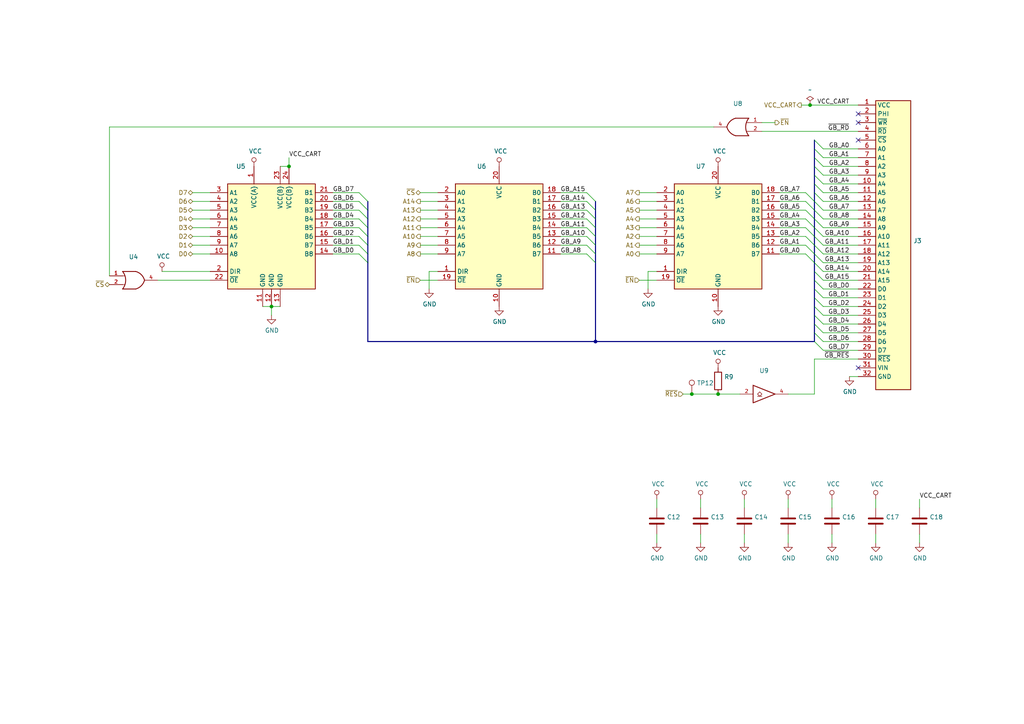
<source format=kicad_sch>
(kicad_sch (version 20211123) (generator eeschema)
  (paper "A4")
  (title_block (title "GB-LIVE32") (rev "v2.0") (company "https://gekkio.fi"))
  (lib_symbols
    (symbol "74xGxx:74LVC1G07" (pin_names (offset 1.016))
      (property "Reference" "U" (at -2.54 3.81 0))
      (property "Value" "74LVC1G07" (at 0 -3.81 0))
      (symbol "74LVC1G07_0_1"
        (polyline (pts (xy -2.54 -0.635) (xy -1.27 -0.635)))
        (polyline (pts (xy -3.81 2.54) (xy -3.81 -2.54) (xy 2.54 0) (xy -3.81 2.54)) (stroke (width 0.254)))
        (polyline (pts (xy -1.905 0.635) (xy -2.54 0) (xy -1.905 -0.635) (xy -1.27 0) (xy -1.905 0.635)))
      )
      (symbol "74LVC1G07_1_1"
        (pin input line (at -7.62 0 0) (length 3.81) (name "~") (number "2"))
        (pin power_in line (at 0 -2.54 270) (length 0) hide (name "GND") (number "3"))
        (pin open_collector line (at 6.35 0 180) (length 3.81) (name "~") (number "4"))
        (pin power_in line (at 0 2.54 90) (length 0) hide (name "VCC") (number "5"))
      )
    )
    (symbol "74xGxx:74LVC1G32" (pin_names (offset 1.016))
      (property "Reference" "U" (at -2.54 3.81 0))
      (property "Value" "74LVC1G32" (at 0 -3.81 0))
      (symbol "74LVC1G32_0_1"
        (arc (start -3.81 -2.54) (mid -2.919 0) (end -3.81 2.54) (stroke (width 0.254)))
        (arc (start 0 -2.54) (mid 1.5993 -1.6027) (end 2.54 0) (stroke (width 0.254)))
        (polyline (pts (xy -3.81 -1.27) (xy -3.175 -1.27)))
        (polyline (pts (xy -3.81 1.27) (xy -3.175 1.27)))
        (polyline (pts (xy 0 -2.54) (xy -3.81 -2.54)) (stroke (width 0.254)) (fill (type background)))
        (polyline (pts (xy 0 2.54) (xy -3.81 2.54)) (stroke (width 0.254)) (fill (type background)))
        (arc (start 2.54 0) (mid 1.6119 1.6152) (end 0 2.54) (stroke (width 0.254)))
      )
      (symbol "74LVC1G32_1_1"
        (pin input line (at -7.62 1.27 0) (length 3.81) (name "~") (number "1"))
        (pin input line (at -7.62 -1.27 0) (length 3.81) (name "~") (number "2"))
        (pin power_in line (at 0 -2.54 270) (length 0) hide (name "GND") (number "3"))
        (pin output line (at 6.35 0 180) (length 3.81) (name "~") (number "4"))
        (pin power_in line (at 0 2.54 90) (length 0) hide (name "VCC") (number "5"))
      )
    )
    (symbol "Connector:Test_Point" (pin_numbers hide) (pin_names (offset 0.762) hide)
      (property "Reference" "TP" (at 0 6.858 0))
      (property "Value" "Test_Point" (at 0 5.08 0))
      (symbol "Test_Point_0_1"
        (circle (center 0 3.302) (radius 0.762))
      )
      (symbol "Test_Point_1_1"
        (pin passive line (at 0 0 90) (length 2.54) (name "1") (number "1"))
      )
    )
    (symbol "Device:C" (pin_numbers hide) (pin_names (offset 0.254))
      (property "Reference" "C" (at 0.635 2.54 0))
      (property "Value" "C" (at 0.635 -2.54 0))
      (symbol "C_0_1"
        (polyline (pts (xy -2.032 -0.762) (xy 2.032 -0.762)) (stroke (width 0.508)))
        (polyline (pts (xy -2.032 0.762) (xy 2.032 0.762)) (stroke (width 0.508)))
      )
      (symbol "C_1_1"
        (pin passive line (at 0 3.81 270) (length 2.794) (name "~") (number "1"))
        (pin passive line (at 0 -3.81 90) (length 2.794) (name "~") (number "2"))
      )
    )
    (symbol "Device:R" (pin_numbers hide) (pin_names (offset 0))
      (property "Reference" "R" (at 2.032 0 90))
      (property "Value" "R" (at 0 0 90))
      (symbol "R_0_1"
        (rectangle (start -1.016 -2.54) (end 1.016 2.54) (stroke (width 0.254)))
      )
      (symbol "R_1_1"
        (pin passive line (at 0 3.81 270) (length 1.27) (name "~") (number "1"))
        (pin passive line (at 0 -3.81 90) (length 1.27) (name "~") (number "2"))
      )
    )
    (symbol "Gekkio_Connector_Specialized:GameBoy_Cartridge"
      (property "Reference" "J" (at -2.54 43.18 0))
      (property "Value" "GameBoy_Cartridge" (at -2.54 -43.18 0))
      (symbol "GameBoy_Cartridge_0_1"
        (rectangle (start -5.08 41.91) (end 5.08 -41.91) (stroke (width 0.254)) (fill (type background)))
      )
      (symbol "GameBoy_Cartridge_1_1"
        (pin passive line (at -10.16 40.64 0) (length 5.08) (name "VCC") (number "1"))
        (pin passive line (at -10.16 17.78 0) (length 5.08) (name "A4") (number "10"))
        (pin passive line (at -10.16 15.24 0) (length 5.08) (name "A5") (number "11"))
        (pin passive line (at -10.16 12.7 0) (length 5.08) (name "A6") (number "12"))
        (pin passive line (at -10.16 10.16 0) (length 5.08) (name "A7") (number "13"))
        (pin passive line (at -10.16 7.62 0) (length 5.08) (name "A8") (number "14"))
        (pin passive line (at -10.16 5.08 0) (length 5.08) (name "A9") (number "15"))
        (pin passive line (at -10.16 2.54 0) (length 5.08) (name "A10") (number "16"))
        (pin passive line (at -10.16 0 0) (length 5.08) (name "A11") (number "17"))
        (pin passive line (at -10.16 -2.54 0) (length 5.08) (name "A12") (number "18"))
        (pin passive line (at -10.16 -5.08 0) (length 5.08) (name "A13") (number "19"))
        (pin passive line (at -10.16 38.1 0) (length 5.08) (name "PHI") (number "2"))
        (pin passive line (at -10.16 -7.62 0) (length 5.08) (name "A14") (number "20"))
        (pin passive line (at -10.16 -10.16 0) (length 5.08) (name "A15") (number "21"))
        (pin passive line (at -10.16 -12.7 0) (length 5.08) (name "D0") (number "22"))
        (pin passive line (at -10.16 -15.24 0) (length 5.08) (name "D1") (number "23"))
        (pin passive line (at -10.16 -17.78 0) (length 5.08) (name "D2") (number "24"))
        (pin passive line (at -10.16 -20.32 0) (length 5.08) (name "D3") (number "25"))
        (pin passive line (at -10.16 -22.86 0) (length 5.08) (name "D4") (number "26"))
        (pin passive line (at -10.16 -25.4 0) (length 5.08) (name "D5") (number "27"))
        (pin passive line (at -10.16 -27.94 0) (length 5.08) (name "D6") (number "28"))
        (pin passive line (at -10.16 -30.48 0) (length 5.08) (name "D7") (number "29"))
        (pin passive line (at -10.16 35.56 0) (length 5.08) (name "~{WR}") (number "3"))
        (pin passive line (at -10.16 -33.02 0) (length 5.08) (name "~{RES}") (number "30"))
        (pin passive line (at -10.16 -35.56 0) (length 5.08) (name "VIN") (number "31"))
        (pin passive line (at -10.16 -38.1 0) (length 5.08) (name "GND") (number "32"))
        (pin passive line (at -10.16 33.02 0) (length 5.08) (name "~{RD}") (number "4"))
        (pin passive line (at -10.16 30.48 0) (length 5.08) (name "~{CS}") (number "5"))
        (pin passive line (at -10.16 27.94 0) (length 5.08) (name "A0") (number "6"))
        (pin passive line (at -10.16 25.4 0) (length 5.08) (name "A1") (number "7"))
        (pin passive line (at -10.16 22.86 0) (length 5.08) (name "A2") (number "8"))
        (pin passive line (at -10.16 20.32 0) (length 5.08) (name "A3") (number "9"))
      )
    )
    (symbol "Gekkio_Logic_LevelTranslator:74LVC245APW"
      (property "Reference" "U" (at -12.7 16.51 0))
      (property "Value" "74LVC245APW" (at 0 0 0))
      (symbol "74LVC245APW_0_1"
        (rectangle (start -12.7 15.24) (end 12.7 -15.24) (stroke (width 0.254)) (fill (type background)))
      )
      (symbol "74LVC245APW_1_1"
        (pin input line (at -17.78 -10.16 0) (length 5.08) (name "DIR") (number "1"))
        (pin power_in line (at 0 -20.32 90) (length 5.08) (name "GND") (number "10"))
        (pin bidirectional line (at 17.78 -5.08 180) (length 5.08) (name "B7") (number "11"))
        (pin bidirectional line (at 17.78 -2.54 180) (length 5.08) (name "B6") (number "12"))
        (pin bidirectional line (at 17.78 0 180) (length 5.08) (name "B5") (number "13"))
        (pin bidirectional line (at 17.78 2.54 180) (length 5.08) (name "B4") (number "14"))
        (pin bidirectional line (at 17.78 5.08 180) (length 5.08) (name "B3") (number "15"))
        (pin bidirectional line (at 17.78 7.62 180) (length 5.08) (name "B2") (number "16"))
        (pin bidirectional line (at 17.78 10.16 180) (length 5.08) (name "B1") (number "17"))
        (pin bidirectional line (at 17.78 12.7 180) (length 5.08) (name "B0") (number "18"))
        (pin input line (at -17.78 -12.7 0) (length 5.08) (name "~{OE}") (number "19"))
        (pin bidirectional line (at -17.78 12.7 0) (length 5.08) (name "A0") (number "2"))
        (pin power_in line (at 0 20.32 270) (length 5.08) (name "VCC") (number "20"))
        (pin bidirectional line (at -17.78 10.16 0) (length 5.08) (name "A1") (number "3"))
        (pin bidirectional line (at -17.78 7.62 0) (length 5.08) (name "A2") (number "4"))
        (pin bidirectional line (at -17.78 5.08 0) (length 5.08) (name "A3") (number "5"))
        (pin bidirectional line (at -17.78 2.54 0) (length 5.08) (name "A4") (number "6"))
        (pin bidirectional line (at -17.78 0 0) (length 5.08) (name "A5") (number "7"))
        (pin bidirectional line (at -17.78 -2.54 0) (length 5.08) (name "A6") (number "8"))
        (pin bidirectional line (at -17.78 -5.08 0) (length 5.08) (name "A7") (number "9"))
      )
    )
    (symbol "Gekkio_Logic_LevelTranslator:74LVC8T245PW"
      (property "Reference" "U" (at -12.7 16.51 0))
      (property "Value" "74LVC8T245PW" (at 0 0 0))
      (symbol "74LVC8T245PW_0_1"
        (rectangle (start -12.7 15.24) (end 12.7 -15.24) (stroke (width 0.254)) (fill (type background)))
      )
      (symbol "74LVC8T245PW_1_1"
        (pin power_in line (at -5.08 20.32 270) (length 5.08) (name "VCC(A)") (number "1"))
        (pin bidirectional line (at -17.78 -5.08 0) (length 5.08) (name "A8") (number "10"))
        (pin power_in line (at -2.54 -20.32 90) (length 5.08) (name "GND") (number "11"))
        (pin power_in line (at 0 -20.32 90) (length 5.08) (name "GND") (number "12"))
        (pin power_in line (at 2.54 -20.32 90) (length 5.08) (name "GND") (number "13"))
        (pin bidirectional line (at 17.78 -5.08 180) (length 5.08) (name "B8") (number "14"))
        (pin bidirectional line (at 17.78 -2.54 180) (length 5.08) (name "B7") (number "15"))
        (pin bidirectional line (at 17.78 0 180) (length 5.08) (name "B6") (number "16"))
        (pin bidirectional line (at 17.78 2.54 180) (length 5.08) (name "B5") (number "17"))
        (pin bidirectional line (at 17.78 5.08 180) (length 5.08) (name "B4") (number "18"))
        (pin bidirectional line (at 17.78 7.62 180) (length 5.08) (name "B3") (number "19"))
        (pin input line (at -17.78 -10.16 0) (length 5.08) (name "DIR") (number "2"))
        (pin bidirectional line (at 17.78 10.16 180) (length 5.08) (name "B2") (number "20"))
        (pin bidirectional line (at 17.78 12.7 180) (length 5.08) (name "B1") (number "21"))
        (pin input line (at -17.78 -12.7 0) (length 5.08) (name "~{OE}") (number "22"))
        (pin power_in line (at 2.54 20.32 270) (length 5.08) (name "VCC(B)") (number "23"))
        (pin power_in line (at 5.08 20.32 270) (length 5.08) (name "VCC(B)") (number "24"))
        (pin bidirectional line (at -17.78 12.7 0) (length 5.08) (name "A1") (number "3"))
        (pin bidirectional line (at -17.78 10.16 0) (length 5.08) (name "A2") (number "4"))
        (pin bidirectional line (at -17.78 7.62 0) (length 5.08) (name "A3") (number "5"))
        (pin bidirectional line (at -17.78 5.08 0) (length 5.08) (name "A4") (number "6"))
        (pin bidirectional line (at -17.78 2.54 0) (length 5.08) (name "A5") (number "7"))
        (pin bidirectional line (at -17.78 0 0) (length 5.08) (name "A6") (number "8"))
        (pin bidirectional line (at -17.78 -2.54 0) (length 5.08) (name "A7") (number "9"))
      )
    )
    (symbol "power:GND" (power) (pin_names (offset 0))
      (property "Value" "GND" (at 0 -3.81 0))
      (symbol "GND_0_1"
        (polyline (pts (xy 0 0) (xy 0 -1.27) (xy 1.27 -1.27) (xy 0 -2.54) (xy -1.27 -1.27) (xy 0 -1.27)))
      )
      (symbol "GND_1_1"
        (pin power_in line (at 0 0 270) (length 0) hide (name "GND") (number "1"))
      )
    )
    (symbol "power:PWR_FLAG" (power) (pin_numbers hide) (pin_names (offset 0) hide)
      (property "Value" "PWR_FLAG" (at 0 3.81 0))
      (symbol "PWR_FLAG_0_0"
        (pin power_out line (at 0 0 90) (length 0) (name "pwr") (number "1"))
      )
      (symbol "PWR_FLAG_0_1"
        (polyline (pts (xy 0 0) (xy 0 1.27) (xy -1.016 1.905) (xy 0 2.54) (xy 1.016 1.905) (xy 0 1.27)))
      )
    )
    (symbol "power:VCC" (power) (pin_names (offset 0))
      (property "Value" "VCC" (at 0 3.81 0))
      (symbol "VCC_0_1"
        (polyline (pts (xy 0 0) (xy 0 1.27)))
        (circle (center 0 1.905) (radius 0.635))
      )
      (symbol "VCC_1_1"
        (pin power_in line (at 0 0 90) (length 0) hide (name "VCC") (number "1"))
      )
    )
  )
  (junction (at 234.95 30.48))
  (junction (at 208.28 114.3))
  (junction (at 200.66 114.3))
  (junction (at 172.72 99.06))
  (junction (at 83.82 48.26))
  (junction (at 78.74 88.9))
  (no_connect (at 248.92 106.68))
  (no_connect (at 248.92 33.02))
  (no_connect (at 248.92 35.56))
  (no_connect (at 248.92 40.64))
  (bus_entry (at 236.22 73.66) (size 2.54 2.54))
  (bus_entry (at 236.22 76.2) (size 2.54 2.54))
  (bus_entry (at 236.22 53.34) (size 2.54 2.54))
  (bus_entry (at 236.22 63.5) (size 2.54 2.54))
  (bus_entry (at 236.22 43.18) (size 2.54 2.54))
  (bus_entry (at 170.18 73.66) (size 2.54 2.54))
  (bus_entry (at 104.14 73.66) (size 2.54 2.54))
  (bus_entry (at 170.18 68.58) (size 2.54 2.54))
  (bus_entry (at 233.68 55.88) (size 2.54 2.54))
  (bus_entry (at 236.22 91.44) (size 2.54 2.54))
  (bus_entry (at 170.18 71.12) (size 2.54 2.54))
  (bus_entry (at 104.14 55.88) (size 2.54 2.54))
  (bus_entry (at 233.68 66.04) (size 2.54 2.54))
  (bus_entry (at 236.22 96.52) (size 2.54 2.54))
  (bus_entry (at 236.22 78.74) (size 2.54 2.54))
  (bus_entry (at 236.22 71.12) (size 2.54 2.54))
  (bus_entry (at 236.22 58.42) (size 2.54 2.54))
  (bus_entry (at 236.22 45.72) (size 2.54 2.54))
  (bus_entry (at 104.14 60.96) (size 2.54 2.54))
  (bus_entry (at 236.22 50.8) (size 2.54 2.54))
  (bus_entry (at 236.22 93.98) (size 2.54 2.54))
  (bus_entry (at 236.22 86.36) (size 2.54 2.54))
  (bus_entry (at 236.22 81.28) (size 2.54 2.54))
  (bus_entry (at 170.18 66.04) (size 2.54 2.54))
  (bus_entry (at 104.14 68.58) (size 2.54 2.54))
  (bus_entry (at 236.22 99.06) (size 2.54 2.54))
  (bus_entry (at 236.22 66.04) (size 2.54 2.54))
  (bus_entry (at 170.18 55.88) (size 2.54 2.54))
  (bus_entry (at 233.68 71.12) (size 2.54 2.54))
  (bus_entry (at 236.22 55.88) (size 2.54 2.54))
  (bus_entry (at 236.22 40.64) (size 2.54 2.54))
  (bus_entry (at 236.22 68.58) (size 2.54 2.54))
  (bus_entry (at 233.68 58.42) (size 2.54 2.54))
  (bus_entry (at 236.22 60.96) (size 2.54 2.54))
  (bus_entry (at 104.14 63.5) (size 2.54 2.54))
  (bus_entry (at 104.14 66.04) (size 2.54 2.54))
  (bus_entry (at 170.18 58.42) (size 2.54 2.54))
  (bus_entry (at 170.18 63.5) (size 2.54 2.54))
  (bus_entry (at 104.14 71.12) (size 2.54 2.54))
  (bus_entry (at 104.14 58.42) (size 2.54 2.54))
  (bus_entry (at 233.68 68.58) (size 2.54 2.54))
  (bus_entry (at 233.68 60.96) (size 2.54 2.54))
  (bus_entry (at 233.68 63.5) (size 2.54 2.54))
  (bus_entry (at 170.18 60.96) (size 2.54 2.54))
  (bus_entry (at 236.22 48.26) (size 2.54 2.54))
  (bus_entry (at 236.22 88.9) (size 2.54 2.54))
  (bus_entry (at 233.68 73.66) (size 2.54 2.54))
  (bus_entry (at 236.22 83.82) (size 2.54 2.54))
  (bus (pts (xy 172.72 71.12) (xy 172.72 73.66)))
  (wire (pts (xy 248.92 45.72) (xy 238.76 45.72)))
  (bus (pts (xy 236.22 48.26) (xy 236.22 50.8)))
  (wire (pts (xy 248.92 73.66) (xy 238.76 73.66)))
  (wire (pts (xy 185.42 73.66) (xy 190.5 73.66)))
  (wire (pts (xy 228.6 154.94) (xy 228.6 157.48)))
  (wire (pts (xy 162.56 55.88) (xy 170.18 55.88)))
  (wire (pts (xy 238.76 83.82) (xy 248.92 83.82)))
  (wire (pts (xy 254 154.94) (xy 254 157.48)))
  (wire (pts (xy 226.06 60.96) (xy 233.68 60.96)))
  (wire (pts (xy 185.42 71.12) (xy 190.5 71.12)))
  (bus (pts (xy 236.22 71.12) (xy 236.22 73.66)))
  (wire (pts (xy 228.6 144.78) (xy 228.6 147.32)))
  (wire (pts (xy 121.92 68.58) (xy 127 68.58)))
  (wire (pts (xy 60.96 81.28) (xy 45.72 81.28)))
  (wire (pts (xy 185.42 66.04) (xy 190.5 66.04)))
  (wire (pts (xy 215.9 154.94) (xy 215.9 157.48)))
  (wire (pts (xy 208.28 114.3) (xy 214.63 114.3)))
  (bus (pts (xy 236.22 86.36) (xy 236.22 88.9)))
  (wire (pts (xy 187.96 78.74) (xy 187.96 83.82)))
  (bus (pts (xy 236.22 63.5) (xy 236.22 66.04)))
  (wire (pts (xy 55.88 55.88) (xy 60.96 55.88)))
  (bus (pts (xy 236.22 43.18) (xy 236.22 45.72)))
  (bus (pts (xy 106.68 60.96) (xy 106.68 63.5)))
  (wire (pts (xy 55.88 66.04) (xy 60.96 66.04)))
  (wire (pts (xy 234.95 30.48) (xy 248.92 30.48)))
  (wire (pts (xy 203.2 144.78) (xy 203.2 147.32)))
  (wire (pts (xy 78.74 88.9) (xy 76.2 88.9)))
  (bus (pts (xy 106.68 71.12) (xy 106.68 73.66)))
  (wire (pts (xy 81.28 48.26) (xy 83.82 48.26)))
  (bus (pts (xy 236.22 40.64) (xy 236.22 43.18)))
  (wire (pts (xy 190.5 78.74) (xy 187.96 78.74)))
  (wire (pts (xy 238.76 101.6) (xy 248.92 101.6)))
  (wire (pts (xy 220.98 38.1) (xy 248.92 38.1)))
  (wire (pts (xy 241.3 154.94) (xy 241.3 157.48)))
  (wire (pts (xy 121.92 55.88) (xy 127 55.88)))
  (wire (pts (xy 162.56 66.04) (xy 170.18 66.04)))
  (wire (pts (xy 266.7 144.78) (xy 266.7 147.32)))
  (wire (pts (xy 236.22 104.14) (xy 248.92 104.14)))
  (wire (pts (xy 81.28 88.9) (xy 78.74 88.9)))
  (wire (pts (xy 96.52 58.42) (xy 104.14 58.42)))
  (bus (pts (xy 172.72 63.5) (xy 172.72 66.04)))
  (wire (pts (xy 224.79 35.56) (xy 220.98 35.56)))
  (wire (pts (xy 162.56 63.5) (xy 170.18 63.5)))
  (wire (pts (xy 124.46 78.74) (xy 124.46 83.82)))
  (wire (pts (xy 248.92 109.22) (xy 246.38 109.22)))
  (wire (pts (xy 162.56 68.58) (xy 170.18 68.58)))
  (wire (pts (xy 248.92 60.96) (xy 238.76 60.96)))
  (wire (pts (xy 55.88 68.58) (xy 60.96 68.58)))
  (wire (pts (xy 238.76 96.52) (xy 248.92 96.52)))
  (wire (pts (xy 121.92 58.42) (xy 127 58.42)))
  (wire (pts (xy 248.92 76.2) (xy 238.76 76.2)))
  (wire (pts (xy 248.92 50.8) (xy 238.76 50.8)))
  (bus (pts (xy 236.22 53.34) (xy 236.22 55.88)))
  (wire (pts (xy 226.06 58.42) (xy 233.68 58.42)))
  (wire (pts (xy 226.06 63.5) (xy 233.68 63.5)))
  (wire (pts (xy 162.56 71.12) (xy 170.18 71.12)))
  (wire (pts (xy 31.75 36.83) (xy 31.75 80.01)))
  (wire (pts (xy 203.2 154.94) (xy 203.2 157.48)))
  (wire (pts (xy 121.92 66.04) (xy 127 66.04)))
  (bus (pts (xy 236.22 66.04) (xy 236.22 68.58)))
  (wire (pts (xy 55.88 63.5) (xy 60.96 63.5)))
  (wire (pts (xy 55.88 71.12) (xy 60.96 71.12)))
  (bus (pts (xy 236.22 50.8) (xy 236.22 53.34)))
  (wire (pts (xy 162.56 60.96) (xy 170.18 60.96)))
  (wire (pts (xy 83.82 45.72) (xy 83.82 48.26)))
  (wire (pts (xy 238.76 88.9) (xy 248.92 88.9)))
  (wire (pts (xy 238.76 91.44) (xy 248.92 91.44)))
  (wire (pts (xy 226.06 73.66) (xy 233.68 73.66)))
  (bus (pts (xy 172.72 73.66) (xy 172.72 76.2)))
  (bus (pts (xy 236.22 73.66) (xy 236.22 76.2)))
  (bus (pts (xy 106.68 58.42) (xy 106.68 60.96)))
  (wire (pts (xy 248.92 63.5) (xy 238.76 63.5)))
  (wire (pts (xy 96.52 73.66) (xy 104.14 73.66)))
  (wire (pts (xy 31.75 36.83) (xy 207.01 36.83)))
  (wire (pts (xy 121.92 60.96) (xy 127 60.96)))
  (bus (pts (xy 106.68 66.04) (xy 106.68 68.58)))
  (wire (pts (xy 190.5 154.94) (xy 190.5 157.48)))
  (bus (pts (xy 236.22 45.72) (xy 236.22 48.26)))
  (wire (pts (xy 55.88 58.42) (xy 60.96 58.42)))
  (wire (pts (xy 190.5 144.78) (xy 190.5 147.32)))
  (wire (pts (xy 226.06 71.12) (xy 233.68 71.12)))
  (wire (pts (xy 78.74 88.9) (xy 78.74 91.44)))
  (wire (pts (xy 248.92 81.28) (xy 238.76 81.28)))
  (wire (pts (xy 185.42 55.88) (xy 190.5 55.88)))
  (wire (pts (xy 185.42 63.5) (xy 190.5 63.5)))
  (bus (pts (xy 106.68 76.2) (xy 106.68 99.06)))
  (bus (pts (xy 236.22 68.58) (xy 236.22 71.12)))
  (wire (pts (xy 248.92 68.58) (xy 238.76 68.58)))
  (wire (pts (xy 96.52 66.04) (xy 104.14 66.04)))
  (bus (pts (xy 172.72 68.58) (xy 172.72 71.12)))
  (wire (pts (xy 46.99 78.74) (xy 60.96 78.74)))
  (bus (pts (xy 106.68 63.5) (xy 106.68 66.04)))
  (wire (pts (xy 241.3 144.78) (xy 241.3 147.32)))
  (wire (pts (xy 236.22 104.14) (xy 236.22 114.3)))
  (wire (pts (xy 198.12 114.3) (xy 200.66 114.3)))
  (wire (pts (xy 121.92 73.66) (xy 127 73.66)))
  (wire (pts (xy 248.92 71.12) (xy 238.76 71.12)))
  (wire (pts (xy 162.56 73.66) (xy 170.18 73.66)))
  (bus (pts (xy 236.22 78.74) (xy 236.22 81.28)))
  (wire (pts (xy 55.88 60.96) (xy 60.96 60.96)))
  (wire (pts (xy 96.52 55.88) (xy 104.14 55.88)))
  (wire (pts (xy 127 78.74) (xy 124.46 78.74)))
  (wire (pts (xy 248.92 53.34) (xy 238.76 53.34)))
  (wire (pts (xy 248.92 58.42) (xy 238.76 58.42)))
  (wire (pts (xy 96.52 68.58) (xy 104.14 68.58)))
  (wire (pts (xy 248.92 48.26) (xy 238.76 48.26)))
  (wire (pts (xy 121.92 63.5) (xy 127 63.5)))
  (wire (pts (xy 96.52 71.12) (xy 104.14 71.12)))
  (wire (pts (xy 248.92 55.88) (xy 238.76 55.88)))
  (wire (pts (xy 226.06 55.88) (xy 233.68 55.88)))
  (wire (pts (xy 127 81.28) (xy 121.92 81.28)))
  (bus (pts (xy 236.22 96.52) (xy 236.22 99.06)))
  (wire (pts (xy 248.92 78.74) (xy 238.76 78.74)))
  (bus (pts (xy 236.22 55.88) (xy 236.22 58.42)))
  (bus (pts (xy 172.72 58.42) (xy 172.72 60.96)))
  (wire (pts (xy 96.52 60.96) (xy 104.14 60.96)))
  (bus (pts (xy 236.22 81.28) (xy 236.22 83.82)))
  (wire (pts (xy 185.42 60.96) (xy 190.5 60.96)))
  (bus (pts (xy 236.22 93.98) (xy 236.22 96.52)))
  (bus (pts (xy 172.72 66.04) (xy 172.72 68.58)))
  (bus (pts (xy 106.68 99.06) (xy 172.72 99.06)))
  (wire (pts (xy 238.76 86.36) (xy 248.92 86.36)))
  (wire (pts (xy 96.52 63.5) (xy 104.14 63.5)))
  (wire (pts (xy 238.76 99.06) (xy 248.92 99.06)))
  (bus (pts (xy 236.22 88.9) (xy 236.22 91.44)))
  (bus (pts (xy 172.72 60.96) (xy 172.72 63.5)))
  (wire (pts (xy 226.06 68.58) (xy 233.68 68.58)))
  (bus (pts (xy 236.22 60.96) (xy 236.22 63.5)))
  (wire (pts (xy 254 144.78) (xy 254 147.32)))
  (wire (pts (xy 248.92 43.18) (xy 238.76 43.18)))
  (wire (pts (xy 228.6 114.3) (xy 236.22 114.3)))
  (bus (pts (xy 236.22 58.42) (xy 236.22 60.96)))
  (wire (pts (xy 190.5 81.28) (xy 185.42 81.28)))
  (wire (pts (xy 234.95 30.48) (xy 232.41 30.48)))
  (wire (pts (xy 226.06 66.04) (xy 233.68 66.04)))
  (wire (pts (xy 200.66 114.3) (xy 208.28 114.3)))
  (wire (pts (xy 121.92 71.12) (xy 127 71.12)))
  (bus (pts (xy 106.68 73.66) (xy 106.68 76.2)))
  (wire (pts (xy 238.76 93.98) (xy 248.92 93.98)))
  (bus (pts (xy 172.72 76.2) (xy 172.72 99.06)))
  (bus (pts (xy 236.22 91.44) (xy 236.22 93.98)))
  (wire (pts (xy 162.56 58.42) (xy 170.18 58.42)))
  (wire (pts (xy 55.88 73.66) (xy 60.96 73.66)))
  (wire (pts (xy 266.7 154.94) (xy 266.7 157.48)))
  (bus (pts (xy 106.68 68.58) (xy 106.68 71.12)))
  (wire (pts (xy 248.92 66.04) (xy 238.76 66.04)))
  (wire (pts (xy 185.42 68.58) (xy 190.5 68.58)))
  (wire (pts (xy 215.9 144.78) (xy 215.9 147.32)))
  (bus (pts (xy 236.22 99.06) (xy 172.72 99.06)))
  (bus (pts (xy 236.22 76.2) (xy 236.22 78.74)))
  (wire (pts (xy 185.42 58.42) (xy 190.5 58.42)))
  (bus (pts (xy 236.22 83.82) (xy 236.22 86.36)))
  (label "VCC_CART" (at 246.38 30.48 180))
  (label "GB_A3" (at 246.38 50.8 180))
  (label "GB_A4" (at 246.38 53.34 180))
  (label "GB_D3" (at 246.38 91.44 180))
  (label "GB_A7" (at 226.06 55.88 0))
  (label "GB_A0" (at 226.06 73.66 0))
  (label "GB_D0" (at 96.52 73.66 0))
  (label "GB_A1" (at 246.38 45.72 180))
  (label "GB_A0" (at 246.38 43.18 180))
  (label "GB_A13" (at 246.38 76.2 180))
  (label "GB_D1" (at 96.52 71.12 0))
  (label "~{GB_RES}" (at 246.38 104.14 180))
  (label "GB_D2" (at 96.52 68.58 0))
  (label "GB_A7" (at 246.38 60.96 180))
  (label "GB_A13" (at 162.56 60.96 0))
  (label "GB_D1" (at 246.38 86.36 180))
  (label "GB_D0" (at 246.38 83.82 180))
  (label "GB_A4" (at 226.06 63.5 0))
  (label "GB_A9" (at 246.38 66.04 180))
  (label "GB_D4" (at 246.38 93.98 180))
  (label "VCC_CART" (at 83.82 45.72 0))
  (label "GB_A8" (at 246.38 63.5 180))
  (label "GB_A5" (at 246.38 55.88 180))
  (label "GB_A6" (at 246.38 58.42 180))
  (label "GB_D4" (at 96.52 63.5 0))
  (label "GB_A14" (at 162.56 58.42 0))
  (label "VCC_CART" (at 266.7 144.78 0))
  (label "GB_D5" (at 246.38 96.52 180))
  (label "GB_A2" (at 226.06 68.58 0))
  (label "GB_A11" (at 246.38 71.12 180))
  (label "GB_D6" (at 96.52 58.42 0))
  (label "GB_D2" (at 246.38 88.9 180))
  (label "GB_D3" (at 96.52 66.04 0))
  (label "GB_A6" (at 226.06 58.42 0))
  (label "GB_A15" (at 162.56 55.88 0))
  (label "GB_D7" (at 246.38 101.6 180))
  (label "GB_A12" (at 246.38 73.66 180))
  (label "GB_A12" (at 162.56 63.5 0))
  (label "GB_A10" (at 246.38 68.58 180))
  (label "~{GB_RD}" (at 246.38 38.1 180))
  (label "GB_A15" (at 246.38 81.28 180))
  (label "GB_A2" (at 246.38 48.26 180))
  (label "GB_A3" (at 226.06 66.04 0))
  (label "GB_A10" (at 162.56 68.58 0))
  (label "GB_A9" (at 162.56 71.12 0))
  (label "GB_D5" (at 96.52 60.96 0))
  (label "GB_A11" (at 162.56 66.04 0))
  (label "GB_D6" (at 246.38 99.06 180))
  (label "GB_A5" (at 226.06 60.96 0))
  (label "GB_A8" (at 162.56 73.66 0))
  (label "GB_A1" (at 226.06 71.12 0))
  (label "GB_D7" (at 96.52 55.88 0))
  (label "GB_A14" (at 246.38 78.74 180))
  (hierarchical_label "D0" (shape bidirectional) (at 55.88 73.66 180))
  (hierarchical_label "D7" (shape bidirectional) (at 55.88 55.88 180))
  (hierarchical_label "~{CS}" (shape bidirectional) (at 31.75 82.55 180))
  (hierarchical_label "A6" (shape output) (at 185.42 58.42 180))
  (hierarchical_label "~{CS}" (shape bidirectional) (at 121.92 55.88 180))
  (hierarchical_label "A7" (shape output) (at 185.42 55.88 180))
  (hierarchical_label "A1" (shape output) (at 185.42 71.12 180))
  (hierarchical_label "A11" (shape output) (at 121.92 66.04 180))
  (hierarchical_label "D5" (shape bidirectional) (at 55.88 60.96 180))
  (hierarchical_label "D1" (shape bidirectional) (at 55.88 71.12 180))
  (hierarchical_label "A2" (shape output) (at 185.42 68.58 180))
  (hierarchical_label "A14" (shape output) (at 121.92 58.42 180))
  (hierarchical_label "D2" (shape bidirectional) (at 55.88 68.58 180))
  (hierarchical_label "D6" (shape bidirectional) (at 55.88 58.42 180))
  (hierarchical_label "A5" (shape output) (at 185.42 60.96 180))
  (hierarchical_label "A13" (shape output) (at 121.92 60.96 180))
  (hierarchical_label "A9" (shape output) (at 121.92 71.12 180))
  (hierarchical_label "D3" (shape bidirectional) (at 55.88 66.04 180))
  (hierarchical_label "~{EN}" (shape input) (at 185.42 81.28 180))
  (hierarchical_label "~{EN}" (shape output) (at 224.79 35.56 0))
  (hierarchical_label "A8" (shape output) (at 121.92 73.66 180))
  (hierarchical_label "A3" (shape output) (at 185.42 66.04 180))
  (hierarchical_label "A12" (shape output) (at 121.92 63.5 180))
  (hierarchical_label "~{RES}" (shape input) (at 198.12 114.3 180))
  (hierarchical_label "A10" (shape output) (at 121.92 68.58 180))
  (hierarchical_label "VCC_CART" (shape output) (at 232.41 30.48 180))
  (hierarchical_label "D4" (shape bidirectional) (at 55.88 63.5 180))
  (hierarchical_label "A0" (shape output) (at 185.42 73.66 180))
  (hierarchical_label "A4" (shape output) (at 185.42 63.5 180))
  (hierarchical_label "~{EN}" (shape input) (at 121.92 81.28 180))
  (symbol (lib_id "Gekkio_Logic_LevelTranslator:74LVC245APW") (at 144.78 68.58 0) (unit 1)
    (property "Reference" "U6" (at 139.7 48.26 0))
    (property "MFR" "Nexperia" (effects hide))
    (property "MPN" "74LVC245APW,118" (effects hide))
    (property "SPN" "771-74LVC245APW-T" (effects hide))
    (property "SPR" "Mouser" (effects hide))
  )
  (symbol (lib_id "Gekkio_Logic_LevelTranslator:74LVC8T245PW") (at 78.74 68.58 0) (unit 1)
    (property "Reference" "U5" (at 69.85 48.26 0))
    (property "MFR" "Nexperia" (effects hide))
    (property "MPN" "74LVC8T245PW,118" (effects hide))
    (property "SPN" "771-74LVC8T245PW118" (effects hide))
    (property "SPR" "Mouser" (effects hide))
  )
  (symbol (lib_id "power:GND") (at 144.78 88.9 0) (unit 1)
    (property "Reference" "#PWR030" (effects hide))
  )
  (symbol (lib_id "Gekkio_Logic_LevelTranslator:74LVC245APW") (at 208.28 68.58 0) (unit 1)
    (property "Reference" "U7" (at 203.2 48.26 0))
    (property "MFR" "Nexperia" (effects hide))
    (property "MPN" "74LVC245APW,118" (effects hide))
    (property "SPN" "771-74LVC245APW-T" (effects hide))
    (property "SPR" "Mouser" (effects hide))
  )
  (symbol (lib_id "power:GND") (at 208.28 88.9 0) (unit 1)
    (property "Reference" "#PWR035" (effects hide))
  )
  (symbol (lib_id "Gekkio_Connector_Specialized:GameBoy_Cartridge") (at 259.08 71.12 0) (unit 1)
    (property "Reference" "J3" (at 264.922 69.85 0) (effects (justify left)))
  )
  (symbol (lib_id "power:GND") (at 246.38 109.22 0) (unit 1)
    (property "Reference" "#PWR043" (effects hide))
  )
  (symbol (lib_id "power:GND") (at 78.74 91.44 0) (unit 1)
    (property "Reference" "#PWR027" (effects hide))
  )
  (symbol (lib_id "power:VCC") (at 73.66 48.26 0) (unit 1)
    (property "Reference" "#PWR026" (effects hide))
  )
  (symbol (lib_id "power:VCC") (at 208.28 48.26 0) (unit 1)
    (property "Reference" "#PWR034" (effects hide))
  )
  (symbol (lib_id "power:VCC") (at 144.78 48.26 0) (unit 1)
    (property "Reference" "#PWR029" (effects hide))
  )
  (symbol (lib_id "power:VCC") (at 254 144.78 0) (unit 1)
    (property "Reference" "#PWR046" (effects hide))
  )
  (symbol (lib_id "Device:C") (at 254 151.13 0) (unit 1)
    (property "Reference" "C17" (at 256.921 149.9616 0) (effects (justify left)))
    (property "SPR" "Mouser" (effects hide))
    (property "MFR" "KEMET" (effects hide))
    (property "MPN" "C0603C104K3RECTU" (effects hide))
    (property "Rating" "16V X5R" (effects hide))
    (property "SPN" "80-C0603C104K3REC" (effects hide))
  )
  (symbol (lib_id "power:GND") (at 254 157.48 0) (unit 1)
    (property "Reference" "#PWR047" (effects hide))
  )
  (symbol (lib_id "Device:C") (at 266.7 151.13 0) (unit 1)
    (property "Reference" "C18" (at 269.621 149.9616 0) (effects (justify left)))
    (property "SPR" "Mouser" (effects hide))
    (property "MFR" "KEMET" (effects hide))
    (property "MPN" "C0603C104K3RECTU" (effects hide))
    (property "Rating" "16V X5R" (effects hide))
    (property "SPN" "80-C0603C104K3REC" (effects hide))
  )
  (symbol (lib_id "power:GND") (at 266.7 157.48 0) (unit 1)
    (property "Reference" "#PWR048" (effects hide))
  )
  (symbol (lib_id "power:VCC") (at 241.3 144.78 0) (unit 1)
    (property "Reference" "#PWR044" (effects hide))
  )
  (symbol (lib_id "Device:C") (at 241.3 151.13 0) (unit 1)
    (property "Reference" "C16" (at 244.221 149.9616 0) (effects (justify left)))
    (property "SPR" "Mouser" (effects hide))
    (property "MFR" "KEMET" (effects hide))
    (property "MPN" "C0603C104K3RECTU" (effects hide))
    (property "Rating" "16V X5R" (effects hide))
    (property "SPN" "80-C0603C104K3REC" (effects hide))
  )
  (symbol (lib_id "power:GND") (at 241.3 157.48 0) (unit 1)
    (property "Reference" "#PWR045" (effects hide))
  )
  (symbol (lib_id "power:VCC") (at 228.6 144.78 0) (unit 1)
    (property "Reference" "#PWR041" (effects hide))
  )
  (symbol (lib_id "Device:C") (at 228.6 151.13 0) (unit 1)
    (property "Reference" "C15" (at 231.521 149.9616 0) (effects (justify left)))
    (property "SPR" "Mouser" (effects hide))
    (property "MFR" "KEMET" (effects hide))
    (property "MPN" "C0603C104K3RECTU" (effects hide))
    (property "Rating" "16V X5R" (effects hide))
    (property "SPN" "80-C0603C104K3REC" (effects hide))
  )
  (symbol (lib_id "power:GND") (at 228.6 157.48 0) (unit 1)
    (property "Reference" "#PWR042" (effects hide))
  )
  (symbol (lib_id "74xGxx:74LVC1G32") (at 213.36 36.83 0) (mirror y) (unit 1)
    (property "Reference" "U8" (at 213.995 30.0482 0))
    (property "Datasheet" "http://www.ti.com/lit/sg/scyt129e/scyt129e.pdf" (effects hide))
    (property "SPR" "Mouser" (effects hide))
    (property "MFR" "Nexperia" (effects hide))
    (property "MPN" "74LVC1G32GW,125" (effects hide))
    (property "SPN" "771-74LVC1G32GW-G" (effects hide))
  )
  (symbol (lib_id "power:VCC") (at 215.9 144.78 0) (unit 1)
    (property "Reference" "#PWR039" (effects hide))
  )
  (symbol (lib_id "Device:C") (at 215.9 151.13 0) (unit 1)
    (property "Reference" "C14" (at 218.821 149.9616 0) (effects (justify left)))
    (property "SPR" "Mouser" (effects hide))
    (property "MFR" "KEMET" (effects hide))
    (property "MPN" "C0603C104K3RECTU" (effects hide))
    (property "Rating" "16V X5R" (effects hide))
    (property "SPN" "80-C0603C104K3REC" (effects hide))
  )
  (symbol (lib_id "power:GND") (at 215.9 157.48 0) (unit 1)
    (property "Reference" "#PWR040" (effects hide))
  )
  (symbol (lib_id "74xGxx:74LVC1G07") (at 222.25 114.3 0) (unit 1)
    (property "Reference" "U9" (at 221.615 107.5182 0))
    (property "Datasheet" "http://www.ti.com/lit/sg/scyt129e/scyt129e.pdf" (effects hide))
    (property "SPR" "Mouser" (effects hide))
    (property "MFR" "Nexperia" (effects hide))
    (property "MPN" "74LVC1G07GW,125" (effects hide))
    (property "SPN" "771-74LVC1G07GW-G" (effects hide))
  )
  (symbol (lib_id "power:VCC") (at 203.2 144.78 0) (unit 1)
    (property "Reference" "#PWR037" (effects hide))
  )
  (symbol (lib_id "Device:C") (at 203.2 151.13 0) (unit 1)
    (property "Reference" "C13" (at 206.121 149.9616 0) (effects (justify left)))
    (property "SPR" "Mouser" (effects hide))
    (property "MFR" "KEMET" (effects hide))
    (property "MPN" "C0603C104K3RECTU" (effects hide))
    (property "Rating" "16V X5R" (effects hide))
    (property "SPN" "80-C0603C104K3REC" (effects hide))
  )
  (symbol (lib_id "power:GND") (at 203.2 157.48 0) (unit 1)
    (property "Reference" "#PWR038" (effects hide))
  )
  (symbol (lib_id "power:VCC") (at 190.5 144.78 0) (unit 1)
    (property "Reference" "#PWR032" (effects hide))
  )
  (symbol (lib_id "Device:C") (at 190.5 151.13 0) (unit 1)
    (property "Reference" "C12" (at 193.421 149.9616 0) (effects (justify left)))
    (property "SPR" "Mouser" (effects hide))
    (property "MFR" "KEMET" (effects hide))
    (property "MPN" "C0603C104K3RECTU" (effects hide))
    (property "Rating" "16V X5R" (effects hide))
    (property "SPN" "80-C0603C104K3REC" (effects hide))
  )
  (symbol (lib_id "power:GND") (at 190.5 157.48 0) (unit 1)
    (property "Reference" "#PWR033" (effects hide))
  )
  (symbol (lib_id "power:PWR_FLAG") (at 234.95 30.48 0) (unit 1)
    (property "Reference" "#FLG02" (effects hide))
  )
  (symbol (lib_id "power:GND") (at 124.46 83.82 0) (unit 1)
    (property "Reference" "#PWR028" (effects hide))
  )
  (symbol (lib_id "power:GND") (at 187.96 83.82 0) (unit 1)
    (property "Reference" "#PWR031" (effects hide))
  )
  (symbol (lib_id "power:VCC") (at 46.99 78.74 0) (unit 1)
    (property "Reference" "#PWR025" (effects hide))
  )
  (symbol (lib_id "74xGxx:74LVC1G32") (at 39.37 81.28 0) (unit 1)
    (property "Reference" "U4" (at 38.735 74.4982 0))
    (property "Datasheet" "http://www.ti.com/lit/sg/scyt129e/scyt129e.pdf" (effects hide))
    (property "SPR" "Mouser" (effects hide))
    (property "MFR" "Nexperia" (effects hide))
    (property "MPN" "74LVC1G32GW,125" (effects hide))
    (property "SPN" "771-74LVC1G32GW-G" (effects hide))
  )
  (symbol (lib_id "Device:R") (at 208.28 110.49 0) (unit 1)
    (property "Reference" "R9" (at 210.058 109.3216 0) (effects (justify left)))
    (property "MFR" "Yageo" (effects hide))
    (property "MPN" "RC0603FR-0710KL" (effects hide))
    (property "SPN" "603-RC0603FR-0710KL" (effects hide))
    (property "SPR" "Mouser" (effects hide))
    (property "Rating" "1/10W 5%" (effects hide))
  )
  (symbol (lib_id "power:VCC") (at 208.28 106.68 0) (unit 1)
    (property "Reference" "#PWR036" (effects hide))
  )
  (symbol (lib_id "Connector:Test_Point") (at 200.66 114.3 0) (unit 1)
    (property "Reference" "TP12" (at 202.1332 111.0996 0) (effects (justify left)))
  )
)
</source>
